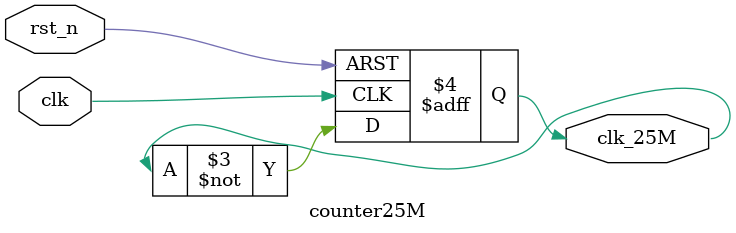
<source format=v>
module counter25M(
  input   wire          clk           , //VGA时
  input   wire          rst_n         , //复位
  output  reg         clk_25M         
);

always @(posedge clk or negedge rst_n) begin
     if (!rst_n) begin
         clk_25M <= 1'b0     ; 
     end else  begin
         clk_25M <=  ~clk_25M;
     end 
end
endmodule
</source>
